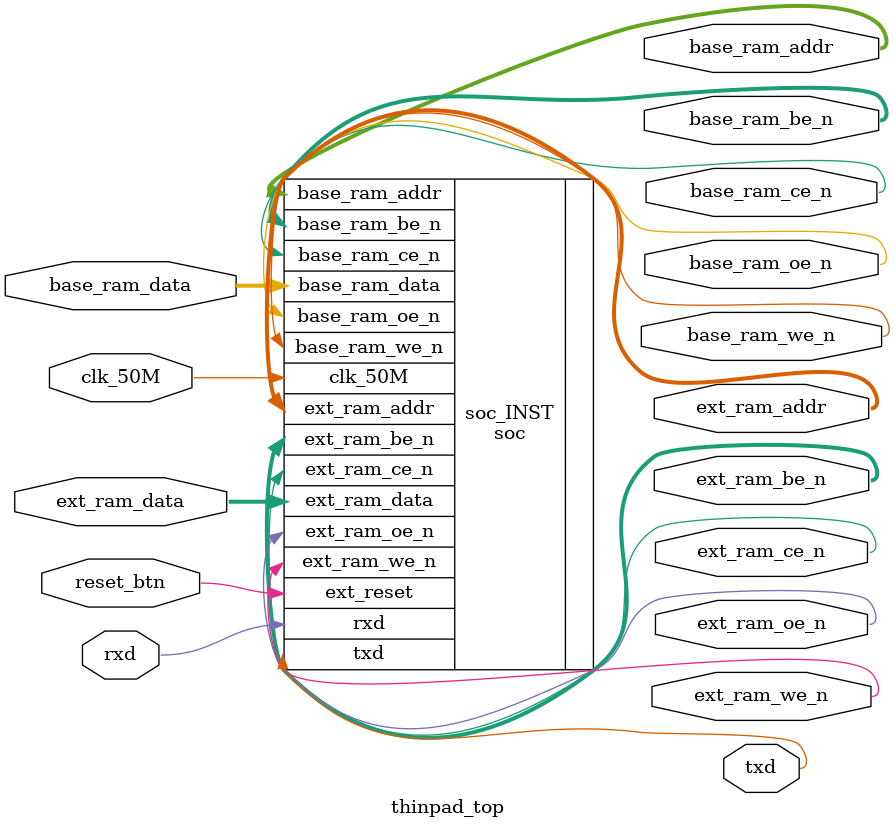
<source format=v>
`default_nettype none

module thinpad_top (
    input   wire            clk_50M,            // 50MHz 时钟输入

    input   wire            reset_btn,          // BTN6手动复位按钮开关，带消抖电路，按下时为1

    // BaseRAM信号
    inout   wire [31:0]     base_ram_data,      // BaseRAM数据，低8位与CPLD串口控制器共享
    output  wire [19:0]     base_ram_addr,      // BaseRAM地址
    output  wire [3:0]      base_ram_be_n,      // BaseRAM字节使能，低有效。如果不使用字节使能，请保持为0
    output  wire            base_ram_ce_n,      // BaseRAM片选，低有效
    output  wire            base_ram_oe_n,      // BaseRAM读使能，低有效
    output  wire            base_ram_we_n,      // BaseRAM写使能，低有效

    // ExtRAM信号
    inout   wire [31:0]     ext_ram_data,       // ExtRAM数据
    output  wire [19:0]     ext_ram_addr,       // ExtRAM地址
    output  wire [3:0]      ext_ram_be_n,       // ExtRAM字节使能，低有效。如果不使用字节使能，请保持为0
    output  wire            ext_ram_ce_n,       // ExtRAM片选，低有效
    output  wire            ext_ram_oe_n,       // ExtRAM读使能，低有效
    output  wire            ext_ram_we_n,       // ExtRAM写使能，低有效

    // 直连串口信号
    output  wire            txd,                // 直连串口发送端
    input   wire            rxd                 // 直连串口接收端
);

    soc soc_INST (
        .clk_50M        (clk_50M),
        .ext_reset      (reset_btn),
        
        //
        .base_ram_data  (base_ram_data),
        .base_ram_addr  (base_ram_addr),
        .base_ram_be_n  (base_ram_be_n),
        .base_ram_ce_n  (base_ram_ce_n),
        .base_ram_oe_n  (base_ram_oe_n),
        .base_ram_we_n  (base_ram_we_n),

        //
        .ext_ram_data   (ext_ram_data),
        .ext_ram_addr   (ext_ram_addr),
        .ext_ram_be_n   (ext_ram_be_n),
        .ext_ram_ce_n   (ext_ram_ce_n),
        .ext_ram_oe_n   (ext_ram_oe_n),
        .ext_ram_we_n   (ext_ram_we_n),

        //
        .txd            (txd),
        .rxd            (rxd)
    );

endmodule

</source>
